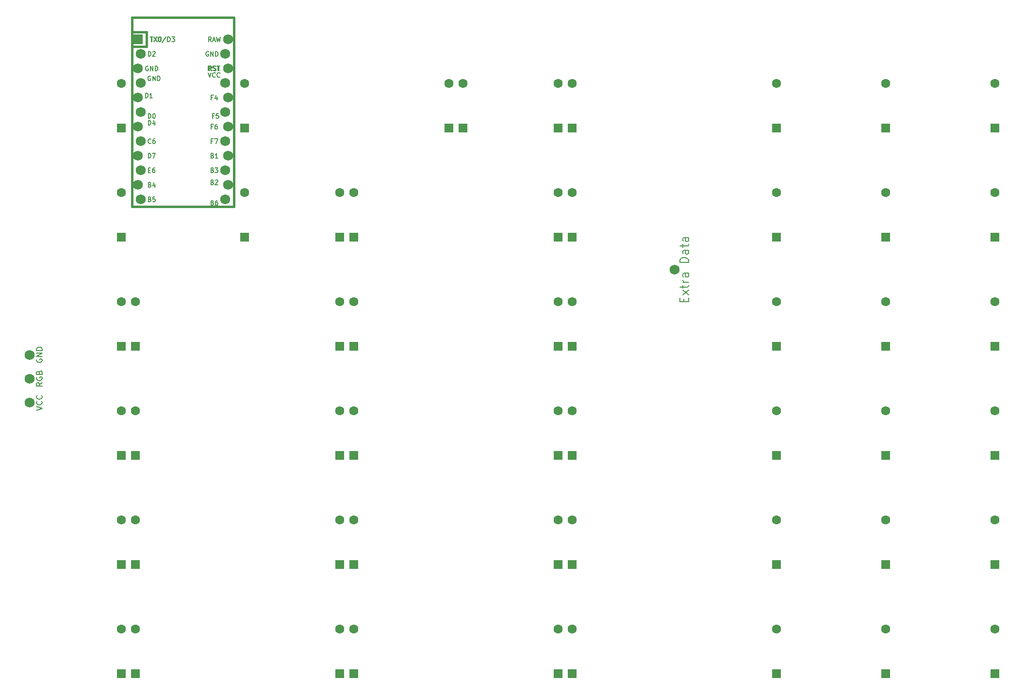
<source format=gbr>
G04 #@! TF.GenerationSoftware,KiCad,Pcbnew,7.0.7*
G04 #@! TF.CreationDate,2023-11-01T16:24:29-04:00*
G04 #@! TF.ProjectId,bfo9000,62666f39-3030-4302-9e6b-696361645f70,rev?*
G04 #@! TF.SameCoordinates,Original*
G04 #@! TF.FileFunction,Legend,Top*
G04 #@! TF.FilePolarity,Positive*
%FSLAX46Y46*%
G04 Gerber Fmt 4.6, Leading zero omitted, Abs format (unit mm)*
G04 Created by KiCad (PCBNEW 7.0.7) date 2023-11-01 16:24:29*
%MOMM*%
%LPD*%
G01*
G04 APERTURE LIST*
%ADD10C,0.150000*%
%ADD11C,0.200000*%
%ADD12C,0.381000*%
%ADD13R,1.600000X1.600000*%
%ADD14C,1.600000*%
%ADD15R,1.752600X1.752600*%
%ADD16C,1.752600*%
G04 APERTURE END LIST*
D10*
X70148588Y-59298183D02*
X70148588Y-58498183D01*
X70148588Y-58498183D02*
X70339064Y-58498183D01*
X70339064Y-58498183D02*
X70453350Y-58536278D01*
X70453350Y-58536278D02*
X70529540Y-58612468D01*
X70529540Y-58612468D02*
X70567635Y-58688659D01*
X70567635Y-58688659D02*
X70605731Y-58841040D01*
X70605731Y-58841040D02*
X70605731Y-58955326D01*
X70605731Y-58955326D02*
X70567635Y-59107707D01*
X70567635Y-59107707D02*
X70529540Y-59183897D01*
X70529540Y-59183897D02*
X70453350Y-59260088D01*
X70453350Y-59260088D02*
X70339064Y-59298183D01*
X70339064Y-59298183D02*
X70148588Y-59298183D01*
X71100969Y-58498183D02*
X71177159Y-58498183D01*
X71177159Y-58498183D02*
X71253350Y-58536278D01*
X71253350Y-58536278D02*
X71291445Y-58574373D01*
X71291445Y-58574373D02*
X71329540Y-58650564D01*
X71329540Y-58650564D02*
X71367635Y-58802945D01*
X71367635Y-58802945D02*
X71367635Y-58993421D01*
X71367635Y-58993421D02*
X71329540Y-59145802D01*
X71329540Y-59145802D02*
X71291445Y-59221992D01*
X71291445Y-59221992D02*
X71253350Y-59260088D01*
X71253350Y-59260088D02*
X71177159Y-59298183D01*
X71177159Y-59298183D02*
X71100969Y-59298183D01*
X71100969Y-59298183D02*
X71024778Y-59260088D01*
X71024778Y-59260088D02*
X70986683Y-59221992D01*
X70986683Y-59221992D02*
X70948588Y-59145802D01*
X70948588Y-59145802D02*
X70910492Y-58993421D01*
X70910492Y-58993421D02*
X70910492Y-58802945D01*
X70910492Y-58802945D02*
X70948588Y-58650564D01*
X70948588Y-58650564D02*
X70986683Y-58574373D01*
X70986683Y-58574373D02*
X71024778Y-58536278D01*
X71024778Y-58536278D02*
X71100969Y-58498183D01*
X70510587Y-45123595D02*
X70967730Y-45123595D01*
X70739158Y-45923595D02*
X70739158Y-45123595D01*
X71158206Y-45123595D02*
X71691540Y-45923595D01*
X71691540Y-45123595D02*
X71158206Y-45923595D01*
X72148683Y-45123595D02*
X72224873Y-45123595D01*
X72224873Y-45123595D02*
X72301064Y-45161690D01*
X72301064Y-45161690D02*
X72339159Y-45199785D01*
X72339159Y-45199785D02*
X72377254Y-45275976D01*
X72377254Y-45275976D02*
X72415349Y-45428357D01*
X72415349Y-45428357D02*
X72415349Y-45618833D01*
X72415349Y-45618833D02*
X72377254Y-45771214D01*
X72377254Y-45771214D02*
X72339159Y-45847404D01*
X72339159Y-45847404D02*
X72301064Y-45885500D01*
X72301064Y-45885500D02*
X72224873Y-45923595D01*
X72224873Y-45923595D02*
X72148683Y-45923595D01*
X72148683Y-45923595D02*
X72072492Y-45885500D01*
X72072492Y-45885500D02*
X72034397Y-45847404D01*
X72034397Y-45847404D02*
X71996302Y-45771214D01*
X71996302Y-45771214D02*
X71958206Y-45618833D01*
X71958206Y-45618833D02*
X71958206Y-45428357D01*
X71958206Y-45428357D02*
X71996302Y-45275976D01*
X71996302Y-45275976D02*
X72034397Y-45199785D01*
X72034397Y-45199785D02*
X72072492Y-45161690D01*
X72072492Y-45161690D02*
X72148683Y-45123595D01*
X81394397Y-63284547D02*
X81127731Y-63284547D01*
X81127731Y-63703595D02*
X81127731Y-62903595D01*
X81127731Y-62903595D02*
X81508683Y-62903595D01*
X81737254Y-62903595D02*
X82270588Y-62903595D01*
X82270588Y-62903595D02*
X81927730Y-63703595D01*
X70415254Y-73444547D02*
X70529540Y-73482642D01*
X70529540Y-73482642D02*
X70567635Y-73520738D01*
X70567635Y-73520738D02*
X70605731Y-73596928D01*
X70605731Y-73596928D02*
X70605731Y-73711214D01*
X70605731Y-73711214D02*
X70567635Y-73787404D01*
X70567635Y-73787404D02*
X70529540Y-73825500D01*
X70529540Y-73825500D02*
X70453350Y-73863595D01*
X70453350Y-73863595D02*
X70148588Y-73863595D01*
X70148588Y-73863595D02*
X70148588Y-73063595D01*
X70148588Y-73063595D02*
X70415254Y-73063595D01*
X70415254Y-73063595D02*
X70491445Y-73101690D01*
X70491445Y-73101690D02*
X70529540Y-73139785D01*
X70529540Y-73139785D02*
X70567635Y-73215976D01*
X70567635Y-73215976D02*
X70567635Y-73292166D01*
X70567635Y-73292166D02*
X70529540Y-73368357D01*
X70529540Y-73368357D02*
X70491445Y-73406452D01*
X70491445Y-73406452D02*
X70415254Y-73444547D01*
X70415254Y-73444547D02*
X70148588Y-73444547D01*
X71329540Y-73063595D02*
X70948588Y-73063595D01*
X70948588Y-73063595D02*
X70910492Y-73444547D01*
X70910492Y-73444547D02*
X70948588Y-73406452D01*
X70948588Y-73406452D02*
X71024778Y-73368357D01*
X71024778Y-73368357D02*
X71215254Y-73368357D01*
X71215254Y-73368357D02*
X71291445Y-73406452D01*
X71291445Y-73406452D02*
X71329540Y-73444547D01*
X71329540Y-73444547D02*
X71367635Y-73520738D01*
X71367635Y-73520738D02*
X71367635Y-73711214D01*
X71367635Y-73711214D02*
X71329540Y-73787404D01*
X71329540Y-73787404D02*
X71291445Y-73825500D01*
X71291445Y-73825500D02*
X71215254Y-73863595D01*
X71215254Y-73863595D02*
X71024778Y-73863595D01*
X71024778Y-73863595D02*
X70948588Y-73825500D01*
X70948588Y-73825500D02*
X70910492Y-73787404D01*
X70415254Y-70904547D02*
X70529540Y-70942642D01*
X70529540Y-70942642D02*
X70567635Y-70980738D01*
X70567635Y-70980738D02*
X70605731Y-71056928D01*
X70605731Y-71056928D02*
X70605731Y-71171214D01*
X70605731Y-71171214D02*
X70567635Y-71247404D01*
X70567635Y-71247404D02*
X70529540Y-71285500D01*
X70529540Y-71285500D02*
X70453350Y-71323595D01*
X70453350Y-71323595D02*
X70148588Y-71323595D01*
X70148588Y-71323595D02*
X70148588Y-70523595D01*
X70148588Y-70523595D02*
X70415254Y-70523595D01*
X70415254Y-70523595D02*
X70491445Y-70561690D01*
X70491445Y-70561690D02*
X70529540Y-70599785D01*
X70529540Y-70599785D02*
X70567635Y-70675976D01*
X70567635Y-70675976D02*
X70567635Y-70752166D01*
X70567635Y-70752166D02*
X70529540Y-70828357D01*
X70529540Y-70828357D02*
X70491445Y-70866452D01*
X70491445Y-70866452D02*
X70415254Y-70904547D01*
X70415254Y-70904547D02*
X70148588Y-70904547D01*
X71291445Y-70790261D02*
X71291445Y-71323595D01*
X71100969Y-70485500D02*
X70910492Y-71056928D01*
X70910492Y-71056928D02*
X71405731Y-71056928D01*
X70148588Y-48463595D02*
X70148588Y-47663595D01*
X70148588Y-47663595D02*
X70339064Y-47663595D01*
X70339064Y-47663595D02*
X70453350Y-47701690D01*
X70453350Y-47701690D02*
X70529540Y-47777880D01*
X70529540Y-47777880D02*
X70567635Y-47854071D01*
X70567635Y-47854071D02*
X70605731Y-48006452D01*
X70605731Y-48006452D02*
X70605731Y-48120738D01*
X70605731Y-48120738D02*
X70567635Y-48273119D01*
X70567635Y-48273119D02*
X70529540Y-48349309D01*
X70529540Y-48349309D02*
X70453350Y-48425500D01*
X70453350Y-48425500D02*
X70339064Y-48463595D01*
X70339064Y-48463595D02*
X70148588Y-48463595D01*
X70910492Y-47739785D02*
X70948588Y-47701690D01*
X70948588Y-47701690D02*
X71024778Y-47663595D01*
X71024778Y-47663595D02*
X71215254Y-47663595D01*
X71215254Y-47663595D02*
X71291445Y-47701690D01*
X71291445Y-47701690D02*
X71329540Y-47739785D01*
X71329540Y-47739785D02*
X71367635Y-47815976D01*
X71367635Y-47815976D02*
X71367635Y-47892166D01*
X71367635Y-47892166D02*
X71329540Y-48006452D01*
X71329540Y-48006452D02*
X70872397Y-48463595D01*
X70872397Y-48463595D02*
X71367635Y-48463595D01*
X81337254Y-70487719D02*
X81451540Y-70525814D01*
X81451540Y-70525814D02*
X81489635Y-70563910D01*
X81489635Y-70563910D02*
X81527731Y-70640100D01*
X81527731Y-70640100D02*
X81527731Y-70754386D01*
X81527731Y-70754386D02*
X81489635Y-70830576D01*
X81489635Y-70830576D02*
X81451540Y-70868672D01*
X81451540Y-70868672D02*
X81375350Y-70906767D01*
X81375350Y-70906767D02*
X81070588Y-70906767D01*
X81070588Y-70906767D02*
X81070588Y-70106767D01*
X81070588Y-70106767D02*
X81337254Y-70106767D01*
X81337254Y-70106767D02*
X81413445Y-70144862D01*
X81413445Y-70144862D02*
X81451540Y-70182957D01*
X81451540Y-70182957D02*
X81489635Y-70259148D01*
X81489635Y-70259148D02*
X81489635Y-70335338D01*
X81489635Y-70335338D02*
X81451540Y-70411529D01*
X81451540Y-70411529D02*
X81413445Y-70449624D01*
X81413445Y-70449624D02*
X81337254Y-70487719D01*
X81337254Y-70487719D02*
X81070588Y-70487719D01*
X81832492Y-70182957D02*
X81870588Y-70144862D01*
X81870588Y-70144862D02*
X81946778Y-70106767D01*
X81946778Y-70106767D02*
X82137254Y-70106767D01*
X82137254Y-70106767D02*
X82213445Y-70144862D01*
X82213445Y-70144862D02*
X82251540Y-70182957D01*
X82251540Y-70182957D02*
X82289635Y-70259148D01*
X82289635Y-70259148D02*
X82289635Y-70335338D01*
X82289635Y-70335338D02*
X82251540Y-70449624D01*
X82251540Y-70449624D02*
X81794397Y-70906767D01*
X81794397Y-70906767D02*
X82289635Y-70906767D01*
X81394397Y-60744547D02*
X81127731Y-60744547D01*
X81127731Y-61163595D02*
X81127731Y-60363595D01*
X81127731Y-60363595D02*
X81508683Y-60363595D01*
X82156302Y-60363595D02*
X82003921Y-60363595D01*
X82003921Y-60363595D02*
X81927730Y-60401690D01*
X81927730Y-60401690D02*
X81889635Y-60439785D01*
X81889635Y-60439785D02*
X81813445Y-60554071D01*
X81813445Y-60554071D02*
X81775349Y-60706452D01*
X81775349Y-60706452D02*
X81775349Y-61011214D01*
X81775349Y-61011214D02*
X81813445Y-61087404D01*
X81813445Y-61087404D02*
X81851540Y-61125500D01*
X81851540Y-61125500D02*
X81927730Y-61163595D01*
X81927730Y-61163595D02*
X82080111Y-61163595D01*
X82080111Y-61163595D02*
X82156302Y-61125500D01*
X82156302Y-61125500D02*
X82194397Y-61087404D01*
X82194397Y-61087404D02*
X82232492Y-61011214D01*
X82232492Y-61011214D02*
X82232492Y-60820738D01*
X82232492Y-60820738D02*
X82194397Y-60744547D01*
X82194397Y-60744547D02*
X82156302Y-60706452D01*
X82156302Y-60706452D02*
X82080111Y-60668357D01*
X82080111Y-60668357D02*
X81927730Y-60668357D01*
X81927730Y-60668357D02*
X81851540Y-60706452D01*
X81851540Y-60706452D02*
X81813445Y-60744547D01*
X81813445Y-60744547D02*
X81775349Y-60820738D01*
X70186683Y-68364547D02*
X70453349Y-68364547D01*
X70567635Y-68783595D02*
X70186683Y-68783595D01*
X70186683Y-68783595D02*
X70186683Y-67983595D01*
X70186683Y-67983595D02*
X70567635Y-67983595D01*
X71253350Y-67983595D02*
X71100969Y-67983595D01*
X71100969Y-67983595D02*
X71024778Y-68021690D01*
X71024778Y-68021690D02*
X70986683Y-68059785D01*
X70986683Y-68059785D02*
X70910493Y-68174071D01*
X70910493Y-68174071D02*
X70872397Y-68326452D01*
X70872397Y-68326452D02*
X70872397Y-68631214D01*
X70872397Y-68631214D02*
X70910493Y-68707404D01*
X70910493Y-68707404D02*
X70948588Y-68745500D01*
X70948588Y-68745500D02*
X71024778Y-68783595D01*
X71024778Y-68783595D02*
X71177159Y-68783595D01*
X71177159Y-68783595D02*
X71253350Y-68745500D01*
X71253350Y-68745500D02*
X71291445Y-68707404D01*
X71291445Y-68707404D02*
X71329540Y-68631214D01*
X71329540Y-68631214D02*
X71329540Y-68440738D01*
X71329540Y-68440738D02*
X71291445Y-68364547D01*
X71291445Y-68364547D02*
X71253350Y-68326452D01*
X71253350Y-68326452D02*
X71177159Y-68288357D01*
X71177159Y-68288357D02*
X71024778Y-68288357D01*
X71024778Y-68288357D02*
X70948588Y-68326452D01*
X70948588Y-68326452D02*
X70910493Y-68364547D01*
X70910493Y-68364547D02*
X70872397Y-68440738D01*
X70437715Y-45123595D02*
X70894858Y-45123595D01*
X70666286Y-45923595D02*
X70666286Y-45123595D01*
X71085334Y-45123595D02*
X71618668Y-45923595D01*
X71618668Y-45123595D02*
X71085334Y-45923595D01*
X72075811Y-45123595D02*
X72152001Y-45123595D01*
X72152001Y-45123595D02*
X72228192Y-45161690D01*
X72228192Y-45161690D02*
X72266287Y-45199785D01*
X72266287Y-45199785D02*
X72304382Y-45275976D01*
X72304382Y-45275976D02*
X72342477Y-45428357D01*
X72342477Y-45428357D02*
X72342477Y-45618833D01*
X72342477Y-45618833D02*
X72304382Y-45771214D01*
X72304382Y-45771214D02*
X72266287Y-45847404D01*
X72266287Y-45847404D02*
X72228192Y-45885500D01*
X72228192Y-45885500D02*
X72152001Y-45923595D01*
X72152001Y-45923595D02*
X72075811Y-45923595D01*
X72075811Y-45923595D02*
X71999620Y-45885500D01*
X71999620Y-45885500D02*
X71961525Y-45847404D01*
X71961525Y-45847404D02*
X71923430Y-45771214D01*
X71923430Y-45771214D02*
X71885334Y-45618833D01*
X71885334Y-45618833D02*
X71885334Y-45428357D01*
X71885334Y-45428357D02*
X71923430Y-45275976D01*
X71923430Y-45275976D02*
X71961525Y-45199785D01*
X71961525Y-45199785D02*
X71999620Y-45161690D01*
X71999620Y-45161690D02*
X72075811Y-45123595D01*
X73256763Y-45085500D02*
X72571049Y-46114071D01*
X73523430Y-45923595D02*
X73523430Y-45123595D01*
X73523430Y-45123595D02*
X73713906Y-45123595D01*
X73713906Y-45123595D02*
X73828192Y-45161690D01*
X73828192Y-45161690D02*
X73904382Y-45237880D01*
X73904382Y-45237880D02*
X73942477Y-45314071D01*
X73942477Y-45314071D02*
X73980573Y-45466452D01*
X73980573Y-45466452D02*
X73980573Y-45580738D01*
X73980573Y-45580738D02*
X73942477Y-45733119D01*
X73942477Y-45733119D02*
X73904382Y-45809309D01*
X73904382Y-45809309D02*
X73828192Y-45885500D01*
X73828192Y-45885500D02*
X73713906Y-45923595D01*
X73713906Y-45923595D02*
X73523430Y-45923595D01*
X74247239Y-45123595D02*
X74742477Y-45123595D01*
X74742477Y-45123595D02*
X74475811Y-45428357D01*
X74475811Y-45428357D02*
X74590096Y-45428357D01*
X74590096Y-45428357D02*
X74666287Y-45466452D01*
X74666287Y-45466452D02*
X74704382Y-45504547D01*
X74704382Y-45504547D02*
X74742477Y-45580738D01*
X74742477Y-45580738D02*
X74742477Y-45771214D01*
X74742477Y-45771214D02*
X74704382Y-45847404D01*
X74704382Y-45847404D02*
X74666287Y-45885500D01*
X74666287Y-45885500D02*
X74590096Y-45923595D01*
X74590096Y-45923595D02*
X74361525Y-45923595D01*
X74361525Y-45923595D02*
X74285334Y-45885500D01*
X74285334Y-45885500D02*
X74247239Y-45847404D01*
X81588733Y-58879135D02*
X81322067Y-58879135D01*
X81322067Y-59298183D02*
X81322067Y-58498183D01*
X81322067Y-58498183D02*
X81703019Y-58498183D01*
X82388733Y-58498183D02*
X82007781Y-58498183D01*
X82007781Y-58498183D02*
X81969685Y-58879135D01*
X81969685Y-58879135D02*
X82007781Y-58841040D01*
X82007781Y-58841040D02*
X82083971Y-58802945D01*
X82083971Y-58802945D02*
X82274447Y-58802945D01*
X82274447Y-58802945D02*
X82350638Y-58841040D01*
X82350638Y-58841040D02*
X82388733Y-58879135D01*
X82388733Y-58879135D02*
X82426828Y-58955326D01*
X82426828Y-58955326D02*
X82426828Y-59145802D01*
X82426828Y-59145802D02*
X82388733Y-59221992D01*
X82388733Y-59221992D02*
X82350638Y-59260088D01*
X82350638Y-59260088D02*
X82274447Y-59298183D01*
X82274447Y-59298183D02*
X82083971Y-59298183D01*
X82083971Y-59298183D02*
X82007781Y-59260088D01*
X82007781Y-59260088D02*
X81969685Y-59221992D01*
X81337254Y-68364547D02*
X81451540Y-68402642D01*
X81451540Y-68402642D02*
X81489635Y-68440738D01*
X81489635Y-68440738D02*
X81527731Y-68516928D01*
X81527731Y-68516928D02*
X81527731Y-68631214D01*
X81527731Y-68631214D02*
X81489635Y-68707404D01*
X81489635Y-68707404D02*
X81451540Y-68745500D01*
X81451540Y-68745500D02*
X81375350Y-68783595D01*
X81375350Y-68783595D02*
X81070588Y-68783595D01*
X81070588Y-68783595D02*
X81070588Y-67983595D01*
X81070588Y-67983595D02*
X81337254Y-67983595D01*
X81337254Y-67983595D02*
X81413445Y-68021690D01*
X81413445Y-68021690D02*
X81451540Y-68059785D01*
X81451540Y-68059785D02*
X81489635Y-68135976D01*
X81489635Y-68135976D02*
X81489635Y-68212166D01*
X81489635Y-68212166D02*
X81451540Y-68288357D01*
X81451540Y-68288357D02*
X81413445Y-68326452D01*
X81413445Y-68326452D02*
X81337254Y-68364547D01*
X81337254Y-68364547D02*
X81070588Y-68364547D01*
X81794397Y-67983595D02*
X82289635Y-67983595D01*
X82289635Y-67983595D02*
X82022969Y-68288357D01*
X82022969Y-68288357D02*
X82137254Y-68288357D01*
X82137254Y-68288357D02*
X82213445Y-68326452D01*
X82213445Y-68326452D02*
X82251540Y-68364547D01*
X82251540Y-68364547D02*
X82289635Y-68440738D01*
X82289635Y-68440738D02*
X82289635Y-68631214D01*
X82289635Y-68631214D02*
X82251540Y-68707404D01*
X82251540Y-68707404D02*
X82213445Y-68745500D01*
X82213445Y-68745500D02*
X82137254Y-68783595D01*
X82137254Y-68783595D02*
X81908683Y-68783595D01*
X81908683Y-68783595D02*
X81832492Y-68745500D01*
X81832492Y-68745500D02*
X81794397Y-68707404D01*
X70148588Y-60488807D02*
X70148588Y-59688807D01*
X70148588Y-59688807D02*
X70339064Y-59688807D01*
X70339064Y-59688807D02*
X70453350Y-59726902D01*
X70453350Y-59726902D02*
X70529540Y-59803092D01*
X70529540Y-59803092D02*
X70567635Y-59879283D01*
X70567635Y-59879283D02*
X70605731Y-60031664D01*
X70605731Y-60031664D02*
X70605731Y-60145950D01*
X70605731Y-60145950D02*
X70567635Y-60298331D01*
X70567635Y-60298331D02*
X70529540Y-60374521D01*
X70529540Y-60374521D02*
X70453350Y-60450712D01*
X70453350Y-60450712D02*
X70339064Y-60488807D01*
X70339064Y-60488807D02*
X70148588Y-60488807D01*
X71291445Y-59955473D02*
X71291445Y-60488807D01*
X71100969Y-59650712D02*
X70910492Y-60222140D01*
X70910492Y-60222140D02*
X71405731Y-60222140D01*
X81108683Y-45923595D02*
X80842016Y-45542642D01*
X80651540Y-45923595D02*
X80651540Y-45123595D01*
X80651540Y-45123595D02*
X80956302Y-45123595D01*
X80956302Y-45123595D02*
X81032492Y-45161690D01*
X81032492Y-45161690D02*
X81070587Y-45199785D01*
X81070587Y-45199785D02*
X81108683Y-45275976D01*
X81108683Y-45275976D02*
X81108683Y-45390261D01*
X81108683Y-45390261D02*
X81070587Y-45466452D01*
X81070587Y-45466452D02*
X81032492Y-45504547D01*
X81032492Y-45504547D02*
X80956302Y-45542642D01*
X80956302Y-45542642D02*
X80651540Y-45542642D01*
X81413444Y-45695023D02*
X81794397Y-45695023D01*
X81337254Y-45923595D02*
X81603921Y-45123595D01*
X81603921Y-45123595D02*
X81870587Y-45923595D01*
X82061063Y-45123595D02*
X82251539Y-45923595D01*
X82251539Y-45923595D02*
X82403920Y-45352166D01*
X82403920Y-45352166D02*
X82556301Y-45923595D01*
X82556301Y-45923595D02*
X82746778Y-45123595D01*
X81399850Y-50935500D02*
X81514136Y-50973595D01*
X81514136Y-50973595D02*
X81704612Y-50973595D01*
X81704612Y-50973595D02*
X81780803Y-50935500D01*
X81780803Y-50935500D02*
X81818898Y-50897404D01*
X81818898Y-50897404D02*
X81856993Y-50821214D01*
X81856993Y-50821214D02*
X81856993Y-50745023D01*
X81856993Y-50745023D02*
X81818898Y-50668833D01*
X81818898Y-50668833D02*
X81780803Y-50630738D01*
X81780803Y-50630738D02*
X81704612Y-50592642D01*
X81704612Y-50592642D02*
X81552231Y-50554547D01*
X81552231Y-50554547D02*
X81476041Y-50516452D01*
X81476041Y-50516452D02*
X81437946Y-50478357D01*
X81437946Y-50478357D02*
X81399850Y-50402166D01*
X81399850Y-50402166D02*
X81399850Y-50325976D01*
X81399850Y-50325976D02*
X81437946Y-50249785D01*
X81437946Y-50249785D02*
X81476041Y-50211690D01*
X81476041Y-50211690D02*
X81552231Y-50173595D01*
X81552231Y-50173595D02*
X81742708Y-50173595D01*
X81742708Y-50173595D02*
X81856993Y-50211690D01*
X82085565Y-50173595D02*
X82542708Y-50173595D01*
X82314136Y-50973595D02*
X82314136Y-50173595D01*
X81222969Y-51003595D02*
X80956302Y-50622642D01*
X80765826Y-51003595D02*
X80765826Y-50203595D01*
X80765826Y-50203595D02*
X81070588Y-50203595D01*
X81070588Y-50203595D02*
X81146778Y-50241690D01*
X81146778Y-50241690D02*
X81184873Y-50279785D01*
X81184873Y-50279785D02*
X81222969Y-50355976D01*
X81222969Y-50355976D02*
X81222969Y-50470261D01*
X81222969Y-50470261D02*
X81184873Y-50546452D01*
X81184873Y-50546452D02*
X81146778Y-50584547D01*
X81146778Y-50584547D02*
X81070588Y-50622642D01*
X81070588Y-50622642D02*
X80765826Y-50622642D01*
X81527730Y-50965500D02*
X81642016Y-51003595D01*
X81642016Y-51003595D02*
X81832492Y-51003595D01*
X81832492Y-51003595D02*
X81908683Y-50965500D01*
X81908683Y-50965500D02*
X81946778Y-50927404D01*
X81946778Y-50927404D02*
X81984873Y-50851214D01*
X81984873Y-50851214D02*
X81984873Y-50775023D01*
X81984873Y-50775023D02*
X81946778Y-50698833D01*
X81946778Y-50698833D02*
X81908683Y-50660738D01*
X81908683Y-50660738D02*
X81832492Y-50622642D01*
X81832492Y-50622642D02*
X81680111Y-50584547D01*
X81680111Y-50584547D02*
X81603921Y-50546452D01*
X81603921Y-50546452D02*
X81565826Y-50508357D01*
X81565826Y-50508357D02*
X81527730Y-50432166D01*
X81527730Y-50432166D02*
X81527730Y-50355976D01*
X81527730Y-50355976D02*
X81565826Y-50279785D01*
X81565826Y-50279785D02*
X81603921Y-50241690D01*
X81603921Y-50241690D02*
X81680111Y-50203595D01*
X81680111Y-50203595D02*
X81870588Y-50203595D01*
X81870588Y-50203595D02*
X81984873Y-50241690D01*
X82213445Y-50203595D02*
X82670588Y-50203595D01*
X82442016Y-51003595D02*
X82442016Y-50203595D01*
X80594397Y-51354439D02*
X80861064Y-52154439D01*
X80861064Y-52154439D02*
X81127730Y-51354439D01*
X81851540Y-52078248D02*
X81813444Y-52116344D01*
X81813444Y-52116344D02*
X81699159Y-52154439D01*
X81699159Y-52154439D02*
X81622968Y-52154439D01*
X81622968Y-52154439D02*
X81508682Y-52116344D01*
X81508682Y-52116344D02*
X81432492Y-52040153D01*
X81432492Y-52040153D02*
X81394397Y-51963963D01*
X81394397Y-51963963D02*
X81356301Y-51811582D01*
X81356301Y-51811582D02*
X81356301Y-51697296D01*
X81356301Y-51697296D02*
X81394397Y-51544915D01*
X81394397Y-51544915D02*
X81432492Y-51468724D01*
X81432492Y-51468724D02*
X81508682Y-51392534D01*
X81508682Y-51392534D02*
X81622968Y-51354439D01*
X81622968Y-51354439D02*
X81699159Y-51354439D01*
X81699159Y-51354439D02*
X81813444Y-51392534D01*
X81813444Y-51392534D02*
X81851540Y-51430629D01*
X82651540Y-52078248D02*
X82613444Y-52116344D01*
X82613444Y-52116344D02*
X82499159Y-52154439D01*
X82499159Y-52154439D02*
X82422968Y-52154439D01*
X82422968Y-52154439D02*
X82308682Y-52116344D01*
X82308682Y-52116344D02*
X82232492Y-52040153D01*
X82232492Y-52040153D02*
X82194397Y-51963963D01*
X82194397Y-51963963D02*
X82156301Y-51811582D01*
X82156301Y-51811582D02*
X82156301Y-51697296D01*
X82156301Y-51697296D02*
X82194397Y-51544915D01*
X82194397Y-51544915D02*
X82232492Y-51468724D01*
X82232492Y-51468724D02*
X82308682Y-51392534D01*
X82308682Y-51392534D02*
X82422968Y-51354439D01*
X82422968Y-51354439D02*
X82499159Y-51354439D01*
X82499159Y-51354439D02*
X82613444Y-51392534D01*
X82613444Y-51392534D02*
X82651540Y-51430629D01*
X70605731Y-63627404D02*
X70567635Y-63665500D01*
X70567635Y-63665500D02*
X70453350Y-63703595D01*
X70453350Y-63703595D02*
X70377159Y-63703595D01*
X70377159Y-63703595D02*
X70262873Y-63665500D01*
X70262873Y-63665500D02*
X70186683Y-63589309D01*
X70186683Y-63589309D02*
X70148588Y-63513119D01*
X70148588Y-63513119D02*
X70110492Y-63360738D01*
X70110492Y-63360738D02*
X70110492Y-63246452D01*
X70110492Y-63246452D02*
X70148588Y-63094071D01*
X70148588Y-63094071D02*
X70186683Y-63017880D01*
X70186683Y-63017880D02*
X70262873Y-62941690D01*
X70262873Y-62941690D02*
X70377159Y-62903595D01*
X70377159Y-62903595D02*
X70453350Y-62903595D01*
X70453350Y-62903595D02*
X70567635Y-62941690D01*
X70567635Y-62941690D02*
X70605731Y-62979785D01*
X71291445Y-62903595D02*
X71139064Y-62903595D01*
X71139064Y-62903595D02*
X71062873Y-62941690D01*
X71062873Y-62941690D02*
X71024778Y-62979785D01*
X71024778Y-62979785D02*
X70948588Y-63094071D01*
X70948588Y-63094071D02*
X70910492Y-63246452D01*
X70910492Y-63246452D02*
X70910492Y-63551214D01*
X70910492Y-63551214D02*
X70948588Y-63627404D01*
X70948588Y-63627404D02*
X70986683Y-63665500D01*
X70986683Y-63665500D02*
X71062873Y-63703595D01*
X71062873Y-63703595D02*
X71215254Y-63703595D01*
X71215254Y-63703595D02*
X71291445Y-63665500D01*
X71291445Y-63665500D02*
X71329540Y-63627404D01*
X71329540Y-63627404D02*
X71367635Y-63551214D01*
X71367635Y-63551214D02*
X71367635Y-63360738D01*
X71367635Y-63360738D02*
X71329540Y-63284547D01*
X71329540Y-63284547D02*
X71291445Y-63246452D01*
X71291445Y-63246452D02*
X71215254Y-63208357D01*
X71215254Y-63208357D02*
X71062873Y-63208357D01*
X71062873Y-63208357D02*
X70986683Y-63246452D01*
X70986683Y-63246452D02*
X70948588Y-63284547D01*
X70948588Y-63284547D02*
X70910492Y-63360738D01*
X70148588Y-66243595D02*
X70148588Y-65443595D01*
X70148588Y-65443595D02*
X70339064Y-65443595D01*
X70339064Y-65443595D02*
X70453350Y-65481690D01*
X70453350Y-65481690D02*
X70529540Y-65557880D01*
X70529540Y-65557880D02*
X70567635Y-65634071D01*
X70567635Y-65634071D02*
X70605731Y-65786452D01*
X70605731Y-65786452D02*
X70605731Y-65900738D01*
X70605731Y-65900738D02*
X70567635Y-66053119D01*
X70567635Y-66053119D02*
X70529540Y-66129309D01*
X70529540Y-66129309D02*
X70453350Y-66205500D01*
X70453350Y-66205500D02*
X70339064Y-66243595D01*
X70339064Y-66243595D02*
X70148588Y-66243595D01*
X70872397Y-65443595D02*
X71405731Y-65443595D01*
X71405731Y-65443595D02*
X71062873Y-66243595D01*
X81337254Y-74059591D02*
X81451540Y-74097686D01*
X81451540Y-74097686D02*
X81489635Y-74135782D01*
X81489635Y-74135782D02*
X81527731Y-74211972D01*
X81527731Y-74211972D02*
X81527731Y-74326258D01*
X81527731Y-74326258D02*
X81489635Y-74402448D01*
X81489635Y-74402448D02*
X81451540Y-74440544D01*
X81451540Y-74440544D02*
X81375350Y-74478639D01*
X81375350Y-74478639D02*
X81070588Y-74478639D01*
X81070588Y-74478639D02*
X81070588Y-73678639D01*
X81070588Y-73678639D02*
X81337254Y-73678639D01*
X81337254Y-73678639D02*
X81413445Y-73716734D01*
X81413445Y-73716734D02*
X81451540Y-73754829D01*
X81451540Y-73754829D02*
X81489635Y-73831020D01*
X81489635Y-73831020D02*
X81489635Y-73907210D01*
X81489635Y-73907210D02*
X81451540Y-73983401D01*
X81451540Y-73983401D02*
X81413445Y-74021496D01*
X81413445Y-74021496D02*
X81337254Y-74059591D01*
X81337254Y-74059591D02*
X81070588Y-74059591D01*
X82213445Y-73678639D02*
X82061064Y-73678639D01*
X82061064Y-73678639D02*
X81984873Y-73716734D01*
X81984873Y-73716734D02*
X81946778Y-73754829D01*
X81946778Y-73754829D02*
X81870588Y-73869115D01*
X81870588Y-73869115D02*
X81832492Y-74021496D01*
X81832492Y-74021496D02*
X81832492Y-74326258D01*
X81832492Y-74326258D02*
X81870588Y-74402448D01*
X81870588Y-74402448D02*
X81908683Y-74440544D01*
X81908683Y-74440544D02*
X81984873Y-74478639D01*
X81984873Y-74478639D02*
X82137254Y-74478639D01*
X82137254Y-74478639D02*
X82213445Y-74440544D01*
X82213445Y-74440544D02*
X82251540Y-74402448D01*
X82251540Y-74402448D02*
X82289635Y-74326258D01*
X82289635Y-74326258D02*
X82289635Y-74135782D01*
X82289635Y-74135782D02*
X82251540Y-74059591D01*
X82251540Y-74059591D02*
X82213445Y-74021496D01*
X82213445Y-74021496D02*
X82137254Y-73983401D01*
X82137254Y-73983401D02*
X81984873Y-73983401D01*
X81984873Y-73983401D02*
X81908683Y-74021496D01*
X81908683Y-74021496D02*
X81870588Y-74059591D01*
X81870588Y-74059591D02*
X81832492Y-74135782D01*
X70530260Y-51987846D02*
X70454070Y-51949751D01*
X70454070Y-51949751D02*
X70339784Y-51949751D01*
X70339784Y-51949751D02*
X70225498Y-51987846D01*
X70225498Y-51987846D02*
X70149308Y-52064036D01*
X70149308Y-52064036D02*
X70111213Y-52140227D01*
X70111213Y-52140227D02*
X70073117Y-52292608D01*
X70073117Y-52292608D02*
X70073117Y-52406894D01*
X70073117Y-52406894D02*
X70111213Y-52559275D01*
X70111213Y-52559275D02*
X70149308Y-52635465D01*
X70149308Y-52635465D02*
X70225498Y-52711656D01*
X70225498Y-52711656D02*
X70339784Y-52749751D01*
X70339784Y-52749751D02*
X70415975Y-52749751D01*
X70415975Y-52749751D02*
X70530260Y-52711656D01*
X70530260Y-52711656D02*
X70568356Y-52673560D01*
X70568356Y-52673560D02*
X70568356Y-52406894D01*
X70568356Y-52406894D02*
X70415975Y-52406894D01*
X70911213Y-52749751D02*
X70911213Y-51949751D01*
X70911213Y-51949751D02*
X71368356Y-52749751D01*
X71368356Y-52749751D02*
X71368356Y-51949751D01*
X71749308Y-52749751D02*
X71749308Y-51949751D01*
X71749308Y-51949751D02*
X71939784Y-51949751D01*
X71939784Y-51949751D02*
X72054070Y-51987846D01*
X72054070Y-51987846D02*
X72130260Y-52064036D01*
X72130260Y-52064036D02*
X72168355Y-52140227D01*
X72168355Y-52140227D02*
X72206451Y-52292608D01*
X72206451Y-52292608D02*
X72206451Y-52406894D01*
X72206451Y-52406894D02*
X72168355Y-52559275D01*
X72168355Y-52559275D02*
X72130260Y-52635465D01*
X72130260Y-52635465D02*
X72054070Y-52711656D01*
X72054070Y-52711656D02*
X71939784Y-52749751D01*
X71939784Y-52749751D02*
X71749308Y-52749751D01*
X70129540Y-50241690D02*
X70053350Y-50203595D01*
X70053350Y-50203595D02*
X69939064Y-50203595D01*
X69939064Y-50203595D02*
X69824778Y-50241690D01*
X69824778Y-50241690D02*
X69748588Y-50317880D01*
X69748588Y-50317880D02*
X69710493Y-50394071D01*
X69710493Y-50394071D02*
X69672397Y-50546452D01*
X69672397Y-50546452D02*
X69672397Y-50660738D01*
X69672397Y-50660738D02*
X69710493Y-50813119D01*
X69710493Y-50813119D02*
X69748588Y-50889309D01*
X69748588Y-50889309D02*
X69824778Y-50965500D01*
X69824778Y-50965500D02*
X69939064Y-51003595D01*
X69939064Y-51003595D02*
X70015255Y-51003595D01*
X70015255Y-51003595D02*
X70129540Y-50965500D01*
X70129540Y-50965500D02*
X70167636Y-50927404D01*
X70167636Y-50927404D02*
X70167636Y-50660738D01*
X70167636Y-50660738D02*
X70015255Y-50660738D01*
X70510493Y-51003595D02*
X70510493Y-50203595D01*
X70510493Y-50203595D02*
X70967636Y-51003595D01*
X70967636Y-51003595D02*
X70967636Y-50203595D01*
X71348588Y-51003595D02*
X71348588Y-50203595D01*
X71348588Y-50203595D02*
X71539064Y-50203595D01*
X71539064Y-50203595D02*
X71653350Y-50241690D01*
X71653350Y-50241690D02*
X71729540Y-50317880D01*
X71729540Y-50317880D02*
X71767635Y-50394071D01*
X71767635Y-50394071D02*
X71805731Y-50546452D01*
X71805731Y-50546452D02*
X71805731Y-50660738D01*
X71805731Y-50660738D02*
X71767635Y-50813119D01*
X71767635Y-50813119D02*
X71729540Y-50889309D01*
X71729540Y-50889309D02*
X71653350Y-50965500D01*
X71653350Y-50965500D02*
X71539064Y-51003595D01*
X71539064Y-51003595D02*
X71348588Y-51003595D01*
X69656340Y-55726311D02*
X69656340Y-54926311D01*
X69656340Y-54926311D02*
X69846816Y-54926311D01*
X69846816Y-54926311D02*
X69961102Y-54964406D01*
X69961102Y-54964406D02*
X70037292Y-55040596D01*
X70037292Y-55040596D02*
X70075387Y-55116787D01*
X70075387Y-55116787D02*
X70113483Y-55269168D01*
X70113483Y-55269168D02*
X70113483Y-55383454D01*
X70113483Y-55383454D02*
X70075387Y-55535835D01*
X70075387Y-55535835D02*
X70037292Y-55612025D01*
X70037292Y-55612025D02*
X69961102Y-55688216D01*
X69961102Y-55688216D02*
X69846816Y-55726311D01*
X69846816Y-55726311D02*
X69656340Y-55726311D01*
X70875387Y-55726311D02*
X70418244Y-55726311D01*
X70646816Y-55726311D02*
X70646816Y-54926311D01*
X70646816Y-54926311D02*
X70570625Y-55040596D01*
X70570625Y-55040596D02*
X70494435Y-55116787D01*
X70494435Y-55116787D02*
X70418244Y-55154882D01*
X80650564Y-47701690D02*
X80574374Y-47663595D01*
X80574374Y-47663595D02*
X80460088Y-47663595D01*
X80460088Y-47663595D02*
X80345802Y-47701690D01*
X80345802Y-47701690D02*
X80269612Y-47777880D01*
X80269612Y-47777880D02*
X80231517Y-47854071D01*
X80231517Y-47854071D02*
X80193421Y-48006452D01*
X80193421Y-48006452D02*
X80193421Y-48120738D01*
X80193421Y-48120738D02*
X80231517Y-48273119D01*
X80231517Y-48273119D02*
X80269612Y-48349309D01*
X80269612Y-48349309D02*
X80345802Y-48425500D01*
X80345802Y-48425500D02*
X80460088Y-48463595D01*
X80460088Y-48463595D02*
X80536279Y-48463595D01*
X80536279Y-48463595D02*
X80650564Y-48425500D01*
X80650564Y-48425500D02*
X80688660Y-48387404D01*
X80688660Y-48387404D02*
X80688660Y-48120738D01*
X80688660Y-48120738D02*
X80536279Y-48120738D01*
X81031517Y-48463595D02*
X81031517Y-47663595D01*
X81031517Y-47663595D02*
X81488660Y-48463595D01*
X81488660Y-48463595D02*
X81488660Y-47663595D01*
X81869612Y-48463595D02*
X81869612Y-47663595D01*
X81869612Y-47663595D02*
X82060088Y-47663595D01*
X82060088Y-47663595D02*
X82174374Y-47701690D01*
X82174374Y-47701690D02*
X82250564Y-47777880D01*
X82250564Y-47777880D02*
X82288659Y-47854071D01*
X82288659Y-47854071D02*
X82326755Y-48006452D01*
X82326755Y-48006452D02*
X82326755Y-48120738D01*
X82326755Y-48120738D02*
X82288659Y-48273119D01*
X82288659Y-48273119D02*
X82250564Y-48349309D01*
X82250564Y-48349309D02*
X82174374Y-48425500D01*
X82174374Y-48425500D02*
X82060088Y-48463595D01*
X82060088Y-48463595D02*
X81869612Y-48463595D01*
X81337254Y-65824547D02*
X81451540Y-65862642D01*
X81451540Y-65862642D02*
X81489635Y-65900738D01*
X81489635Y-65900738D02*
X81527731Y-65976928D01*
X81527731Y-65976928D02*
X81527731Y-66091214D01*
X81527731Y-66091214D02*
X81489635Y-66167404D01*
X81489635Y-66167404D02*
X81451540Y-66205500D01*
X81451540Y-66205500D02*
X81375350Y-66243595D01*
X81375350Y-66243595D02*
X81070588Y-66243595D01*
X81070588Y-66243595D02*
X81070588Y-65443595D01*
X81070588Y-65443595D02*
X81337254Y-65443595D01*
X81337254Y-65443595D02*
X81413445Y-65481690D01*
X81413445Y-65481690D02*
X81451540Y-65519785D01*
X81451540Y-65519785D02*
X81489635Y-65595976D01*
X81489635Y-65595976D02*
X81489635Y-65672166D01*
X81489635Y-65672166D02*
X81451540Y-65748357D01*
X81451540Y-65748357D02*
X81413445Y-65786452D01*
X81413445Y-65786452D02*
X81337254Y-65824547D01*
X81337254Y-65824547D02*
X81070588Y-65824547D01*
X82289635Y-66243595D02*
X81832492Y-66243595D01*
X82061064Y-66243595D02*
X82061064Y-65443595D01*
X82061064Y-65443595D02*
X81984873Y-65557880D01*
X81984873Y-65557880D02*
X81908683Y-65634071D01*
X81908683Y-65634071D02*
X81832492Y-65672166D01*
X81394397Y-55664547D02*
X81127731Y-55664547D01*
X81127731Y-56083595D02*
X81127731Y-55283595D01*
X81127731Y-55283595D02*
X81508683Y-55283595D01*
X82156302Y-55550261D02*
X82156302Y-56083595D01*
X81965826Y-55245500D02*
X81775349Y-55816928D01*
X81775349Y-55816928D02*
X82270588Y-55816928D01*
D11*
X163600950Y-91332215D02*
X163600950Y-90832215D01*
X164386664Y-90617929D02*
X164386664Y-91332215D01*
X164386664Y-91332215D02*
X162886664Y-91332215D01*
X162886664Y-91332215D02*
X162886664Y-90617929D01*
X164386664Y-90117929D02*
X163386664Y-89332215D01*
X163386664Y-90117929D02*
X164386664Y-89332215D01*
X163386664Y-88975071D02*
X163386664Y-88403643D01*
X162886664Y-88760786D02*
X164172378Y-88760786D01*
X164172378Y-88760786D02*
X164315236Y-88689357D01*
X164315236Y-88689357D02*
X164386664Y-88546500D01*
X164386664Y-88546500D02*
X164386664Y-88403643D01*
X164386664Y-87903643D02*
X163386664Y-87903643D01*
X163672378Y-87903643D02*
X163529521Y-87832214D01*
X163529521Y-87832214D02*
X163458093Y-87760786D01*
X163458093Y-87760786D02*
X163386664Y-87617928D01*
X163386664Y-87617928D02*
X163386664Y-87475071D01*
X164386664Y-86332215D02*
X163600950Y-86332215D01*
X163600950Y-86332215D02*
X163458093Y-86403643D01*
X163458093Y-86403643D02*
X163386664Y-86546500D01*
X163386664Y-86546500D02*
X163386664Y-86832215D01*
X163386664Y-86832215D02*
X163458093Y-86975072D01*
X164315236Y-86332215D02*
X164386664Y-86475072D01*
X164386664Y-86475072D02*
X164386664Y-86832215D01*
X164386664Y-86832215D02*
X164315236Y-86975072D01*
X164315236Y-86975072D02*
X164172378Y-87046500D01*
X164172378Y-87046500D02*
X164029521Y-87046500D01*
X164029521Y-87046500D02*
X163886664Y-86975072D01*
X163886664Y-86975072D02*
X163815236Y-86832215D01*
X163815236Y-86832215D02*
X163815236Y-86475072D01*
X163815236Y-86475072D02*
X163743807Y-86332215D01*
X164386664Y-84475072D02*
X162886664Y-84475072D01*
X162886664Y-84475072D02*
X162886664Y-84117929D01*
X162886664Y-84117929D02*
X162958093Y-83903643D01*
X162958093Y-83903643D02*
X163100950Y-83760786D01*
X163100950Y-83760786D02*
X163243807Y-83689357D01*
X163243807Y-83689357D02*
X163529521Y-83617929D01*
X163529521Y-83617929D02*
X163743807Y-83617929D01*
X163743807Y-83617929D02*
X164029521Y-83689357D01*
X164029521Y-83689357D02*
X164172378Y-83760786D01*
X164172378Y-83760786D02*
X164315236Y-83903643D01*
X164315236Y-83903643D02*
X164386664Y-84117929D01*
X164386664Y-84117929D02*
X164386664Y-84475072D01*
X164386664Y-82332215D02*
X163600950Y-82332215D01*
X163600950Y-82332215D02*
X163458093Y-82403643D01*
X163458093Y-82403643D02*
X163386664Y-82546500D01*
X163386664Y-82546500D02*
X163386664Y-82832215D01*
X163386664Y-82832215D02*
X163458093Y-82975072D01*
X164315236Y-82332215D02*
X164386664Y-82475072D01*
X164386664Y-82475072D02*
X164386664Y-82832215D01*
X164386664Y-82832215D02*
X164315236Y-82975072D01*
X164315236Y-82975072D02*
X164172378Y-83046500D01*
X164172378Y-83046500D02*
X164029521Y-83046500D01*
X164029521Y-83046500D02*
X163886664Y-82975072D01*
X163886664Y-82975072D02*
X163815236Y-82832215D01*
X163815236Y-82832215D02*
X163815236Y-82475072D01*
X163815236Y-82475072D02*
X163743807Y-82332215D01*
X163386664Y-81832214D02*
X163386664Y-81260786D01*
X162886664Y-81617929D02*
X164172378Y-81617929D01*
X164172378Y-81617929D02*
X164315236Y-81546500D01*
X164315236Y-81546500D02*
X164386664Y-81403643D01*
X164386664Y-81403643D02*
X164386664Y-81260786D01*
X164386664Y-80117929D02*
X163600950Y-80117929D01*
X163600950Y-80117929D02*
X163458093Y-80189357D01*
X163458093Y-80189357D02*
X163386664Y-80332214D01*
X163386664Y-80332214D02*
X163386664Y-80617929D01*
X163386664Y-80617929D02*
X163458093Y-80760786D01*
X164315236Y-80117929D02*
X164386664Y-80260786D01*
X164386664Y-80260786D02*
X164386664Y-80617929D01*
X164386664Y-80617929D02*
X164315236Y-80760786D01*
X164315236Y-80760786D02*
X164172378Y-80832214D01*
X164172378Y-80832214D02*
X164029521Y-80832214D01*
X164029521Y-80832214D02*
X163886664Y-80760786D01*
X163886664Y-80760786D02*
X163815236Y-80617929D01*
X163815236Y-80617929D02*
X163815236Y-80260786D01*
X163815236Y-80260786D02*
X163743807Y-80117929D01*
X51641198Y-105465564D02*
X51165007Y-105798897D01*
X51641198Y-106036992D02*
X50641198Y-106036992D01*
X50641198Y-106036992D02*
X50641198Y-105656040D01*
X50641198Y-105656040D02*
X50688817Y-105560802D01*
X50688817Y-105560802D02*
X50736436Y-105513183D01*
X50736436Y-105513183D02*
X50831674Y-105465564D01*
X50831674Y-105465564D02*
X50974531Y-105465564D01*
X50974531Y-105465564D02*
X51069769Y-105513183D01*
X51069769Y-105513183D02*
X51117388Y-105560802D01*
X51117388Y-105560802D02*
X51165007Y-105656040D01*
X51165007Y-105656040D02*
X51165007Y-106036992D01*
X50688817Y-104513183D02*
X50641198Y-104608421D01*
X50641198Y-104608421D02*
X50641198Y-104751278D01*
X50641198Y-104751278D02*
X50688817Y-104894135D01*
X50688817Y-104894135D02*
X50784055Y-104989373D01*
X50784055Y-104989373D02*
X50879293Y-105036992D01*
X50879293Y-105036992D02*
X51069769Y-105084611D01*
X51069769Y-105084611D02*
X51212626Y-105084611D01*
X51212626Y-105084611D02*
X51403102Y-105036992D01*
X51403102Y-105036992D02*
X51498340Y-104989373D01*
X51498340Y-104989373D02*
X51593579Y-104894135D01*
X51593579Y-104894135D02*
X51641198Y-104751278D01*
X51641198Y-104751278D02*
X51641198Y-104656040D01*
X51641198Y-104656040D02*
X51593579Y-104513183D01*
X51593579Y-104513183D02*
X51545959Y-104465564D01*
X51545959Y-104465564D02*
X51212626Y-104465564D01*
X51212626Y-104465564D02*
X51212626Y-104656040D01*
X51117388Y-103703659D02*
X51165007Y-103560802D01*
X51165007Y-103560802D02*
X51212626Y-103513183D01*
X51212626Y-103513183D02*
X51307864Y-103465564D01*
X51307864Y-103465564D02*
X51450721Y-103465564D01*
X51450721Y-103465564D02*
X51545959Y-103513183D01*
X51545959Y-103513183D02*
X51593579Y-103560802D01*
X51593579Y-103560802D02*
X51641198Y-103656040D01*
X51641198Y-103656040D02*
X51641198Y-104036992D01*
X51641198Y-104036992D02*
X50641198Y-104036992D01*
X50641198Y-104036992D02*
X50641198Y-103703659D01*
X50641198Y-103703659D02*
X50688817Y-103608421D01*
X50688817Y-103608421D02*
X50736436Y-103560802D01*
X50736436Y-103560802D02*
X50831674Y-103513183D01*
X50831674Y-103513183D02*
X50926912Y-103513183D01*
X50926912Y-103513183D02*
X51022150Y-103560802D01*
X51022150Y-103560802D02*
X51069769Y-103608421D01*
X51069769Y-103608421D02*
X51117388Y-103703659D01*
X51117388Y-103703659D02*
X51117388Y-104036992D01*
X50641198Y-110275611D02*
X51641198Y-109942278D01*
X51641198Y-109942278D02*
X50641198Y-109608945D01*
X51545959Y-108704183D02*
X51593579Y-108751802D01*
X51593579Y-108751802D02*
X51641198Y-108894659D01*
X51641198Y-108894659D02*
X51641198Y-108989897D01*
X51641198Y-108989897D02*
X51593579Y-109132754D01*
X51593579Y-109132754D02*
X51498340Y-109227992D01*
X51498340Y-109227992D02*
X51403102Y-109275611D01*
X51403102Y-109275611D02*
X51212626Y-109323230D01*
X51212626Y-109323230D02*
X51069769Y-109323230D01*
X51069769Y-109323230D02*
X50879293Y-109275611D01*
X50879293Y-109275611D02*
X50784055Y-109227992D01*
X50784055Y-109227992D02*
X50688817Y-109132754D01*
X50688817Y-109132754D02*
X50641198Y-108989897D01*
X50641198Y-108989897D02*
X50641198Y-108894659D01*
X50641198Y-108894659D02*
X50688817Y-108751802D01*
X50688817Y-108751802D02*
X50736436Y-108704183D01*
X51545959Y-107704183D02*
X51593579Y-107751802D01*
X51593579Y-107751802D02*
X51641198Y-107894659D01*
X51641198Y-107894659D02*
X51641198Y-107989897D01*
X51641198Y-107989897D02*
X51593579Y-108132754D01*
X51593579Y-108132754D02*
X51498340Y-108227992D01*
X51498340Y-108227992D02*
X51403102Y-108275611D01*
X51403102Y-108275611D02*
X51212626Y-108323230D01*
X51212626Y-108323230D02*
X51069769Y-108323230D01*
X51069769Y-108323230D02*
X50879293Y-108275611D01*
X50879293Y-108275611D02*
X50784055Y-108227992D01*
X50784055Y-108227992D02*
X50688817Y-108132754D01*
X50688817Y-108132754D02*
X50641198Y-107989897D01*
X50641198Y-107989897D02*
X50641198Y-107894659D01*
X50641198Y-107894659D02*
X50688817Y-107751802D01*
X50688817Y-107751802D02*
X50736436Y-107704183D01*
X50688817Y-101369801D02*
X50641198Y-101465039D01*
X50641198Y-101465039D02*
X50641198Y-101607896D01*
X50641198Y-101607896D02*
X50688817Y-101750753D01*
X50688817Y-101750753D02*
X50784055Y-101845991D01*
X50784055Y-101845991D02*
X50879293Y-101893610D01*
X50879293Y-101893610D02*
X51069769Y-101941229D01*
X51069769Y-101941229D02*
X51212626Y-101941229D01*
X51212626Y-101941229D02*
X51403102Y-101893610D01*
X51403102Y-101893610D02*
X51498340Y-101845991D01*
X51498340Y-101845991D02*
X51593579Y-101750753D01*
X51593579Y-101750753D02*
X51641198Y-101607896D01*
X51641198Y-101607896D02*
X51641198Y-101512658D01*
X51641198Y-101512658D02*
X51593579Y-101369801D01*
X51593579Y-101369801D02*
X51545959Y-101322182D01*
X51545959Y-101322182D02*
X51212626Y-101322182D01*
X51212626Y-101322182D02*
X51212626Y-101512658D01*
X51641198Y-100893610D02*
X50641198Y-100893610D01*
X50641198Y-100893610D02*
X51641198Y-100322182D01*
X51641198Y-100322182D02*
X50641198Y-100322182D01*
X51641198Y-99845991D02*
X50641198Y-99845991D01*
X50641198Y-99845991D02*
X50641198Y-99607896D01*
X50641198Y-99607896D02*
X50688817Y-99465039D01*
X50688817Y-99465039D02*
X50784055Y-99369801D01*
X50784055Y-99369801D02*
X50879293Y-99322182D01*
X50879293Y-99322182D02*
X51069769Y-99274563D01*
X51069769Y-99274563D02*
X51212626Y-99274563D01*
X51212626Y-99274563D02*
X51403102Y-99322182D01*
X51403102Y-99322182D02*
X51498340Y-99369801D01*
X51498340Y-99369801D02*
X51593579Y-99465039D01*
X51593579Y-99465039D02*
X51641198Y-99607896D01*
X51641198Y-99607896D02*
X51641198Y-99845991D01*
D12*
X85090064Y-41751300D02*
X67310064Y-41751300D01*
X67310064Y-41751300D02*
X67310064Y-44291300D01*
X85090064Y-44291300D02*
X85090064Y-41751300D01*
X69850064Y-44291300D02*
X67310064Y-44291300D01*
X69850064Y-44291300D02*
X69850064Y-46831300D01*
X67310064Y-44291300D02*
X67310064Y-74771300D01*
X69850064Y-46831300D02*
X67310064Y-46831300D01*
X85090064Y-74771300D02*
X85090064Y-44291300D01*
X67310064Y-74771300D02*
X85090064Y-74771300D01*
D10*
X81131632Y-50270660D02*
X80631632Y-50270660D01*
X80631632Y-50170660D01*
X81131632Y-50170660D01*
X81131632Y-50270660D01*
G36*
X81131632Y-50270660D02*
G01*
X80631632Y-50270660D01*
X80631632Y-50170660D01*
X81131632Y-50170660D01*
X81131632Y-50270660D01*
G37*
X81131632Y-50470660D02*
X81031632Y-50470660D01*
X81031632Y-50170660D01*
X81131632Y-50170660D01*
X81131632Y-50470660D01*
G36*
X81131632Y-50470660D02*
G01*
X81031632Y-50470660D01*
X81031632Y-50170660D01*
X81131632Y-50170660D01*
X81131632Y-50470660D01*
G37*
X80731632Y-50970660D02*
X80631632Y-50970660D01*
X80631632Y-50170660D01*
X80731632Y-50170660D01*
X80731632Y-50970660D01*
G36*
X80731632Y-50970660D02*
G01*
X80631632Y-50970660D01*
X80631632Y-50170660D01*
X80731632Y-50170660D01*
X80731632Y-50970660D01*
G37*
X80931632Y-50670660D02*
X80831632Y-50670660D01*
X80831632Y-50570660D01*
X80931632Y-50570660D01*
X80931632Y-50670660D01*
G36*
X80931632Y-50670660D02*
G01*
X80831632Y-50670660D01*
X80831632Y-50570660D01*
X80931632Y-50570660D01*
X80931632Y-50670660D01*
G37*
X81131632Y-50970660D02*
X81031632Y-50970660D01*
X81031632Y-50770660D01*
X81131632Y-50770660D01*
X81131632Y-50970660D01*
G36*
X81131632Y-50970660D02*
G01*
X81031632Y-50970660D01*
X81031632Y-50770660D01*
X81131632Y-50770660D01*
X81131632Y-50970660D01*
G37*
D13*
X65484430Y-61050048D03*
D14*
X65484430Y-53250048D03*
D13*
X86915698Y-61050048D03*
D14*
X86915698Y-53250048D03*
D13*
X122634478Y-61050048D03*
D14*
X122634478Y-53250048D03*
D13*
X125015730Y-61050048D03*
D14*
X125015730Y-53250048D03*
D13*
X141684494Y-61050000D03*
D14*
X141684494Y-53250000D03*
D13*
X144065746Y-61050048D03*
D14*
X144065746Y-53250048D03*
D13*
X179784526Y-61050000D03*
D14*
X179784526Y-53250000D03*
D13*
X198834542Y-61050048D03*
D14*
X198834542Y-53250048D03*
D13*
X217884558Y-61050048D03*
D14*
X217884558Y-53250048D03*
D13*
X65484430Y-80100064D03*
D14*
X65484430Y-72300064D03*
D13*
X86915698Y-80100000D03*
D14*
X86915698Y-72300000D03*
D13*
X103584462Y-80100000D03*
D14*
X103584462Y-72300000D03*
D13*
X105965714Y-80100000D03*
D14*
X105965714Y-72300000D03*
D13*
X141684494Y-80100064D03*
D14*
X141684494Y-72300064D03*
D13*
X144065746Y-80100064D03*
D14*
X144065746Y-72300064D03*
D13*
X179784526Y-80100000D03*
D14*
X179784526Y-72300000D03*
D13*
X198834542Y-80100064D03*
D14*
X198834542Y-72300064D03*
D13*
X217884558Y-80100064D03*
D14*
X217884558Y-72300064D03*
D13*
X65484430Y-99150000D03*
D14*
X65484430Y-91350000D03*
D13*
X67865682Y-99150000D03*
D14*
X67865682Y-91350000D03*
D13*
X103584462Y-99150000D03*
D14*
X103584462Y-91350000D03*
D13*
X105965714Y-99150080D03*
D14*
X105965714Y-91350080D03*
D13*
X141684494Y-99150080D03*
D14*
X141684494Y-91350080D03*
D13*
X144065746Y-99150080D03*
D14*
X144065746Y-91350080D03*
D13*
X179784526Y-99150000D03*
D14*
X179784526Y-91350000D03*
D13*
X198834542Y-99150080D03*
D14*
X198834542Y-91350080D03*
D13*
X217884558Y-99150000D03*
D14*
X217884558Y-91350000D03*
D13*
X65484430Y-118200096D03*
D14*
X65484430Y-110400096D03*
D13*
X67865682Y-118200000D03*
D14*
X67865682Y-110400000D03*
D13*
X103584462Y-118200000D03*
D14*
X103584462Y-110400000D03*
D13*
X105965714Y-118200000D03*
D14*
X105965714Y-110400000D03*
D13*
X141684494Y-118200096D03*
D14*
X141684494Y-110400096D03*
D13*
X144065746Y-118200096D03*
D14*
X144065746Y-110400096D03*
D13*
X179784526Y-118200000D03*
D14*
X179784526Y-110400000D03*
D13*
X198834542Y-118200000D03*
D14*
X198834542Y-110400000D03*
D13*
X217884558Y-118200096D03*
D14*
X217884558Y-110400096D03*
D13*
X65484430Y-137250000D03*
D14*
X65484430Y-129450000D03*
D13*
X67865682Y-137250000D03*
D14*
X67865682Y-129450000D03*
D13*
X103584462Y-137250000D03*
D14*
X103584462Y-129450000D03*
D13*
X105965714Y-137250112D03*
D14*
X105965714Y-129450112D03*
D13*
X141684494Y-137250112D03*
D14*
X141684494Y-129450112D03*
D13*
X144065746Y-137250000D03*
D14*
X144065746Y-129450000D03*
D13*
X179784526Y-137250112D03*
D14*
X179784526Y-129450112D03*
D13*
X198834542Y-137250112D03*
D14*
X198834542Y-129450112D03*
D13*
X217884558Y-137250000D03*
D14*
X217884558Y-129450000D03*
D13*
X65484430Y-156300128D03*
D14*
X65484430Y-148500128D03*
D13*
X67865682Y-156300000D03*
D14*
X67865682Y-148500000D03*
D13*
X103584462Y-156300000D03*
D14*
X103584462Y-148500000D03*
D13*
X105965714Y-156300000D03*
D14*
X105965714Y-148500000D03*
D13*
X141684494Y-156300000D03*
D14*
X141684494Y-148500000D03*
D13*
X144065746Y-156300128D03*
D14*
X144065746Y-148500128D03*
D13*
X179784526Y-156300128D03*
D14*
X179784526Y-148500128D03*
D13*
X198834542Y-156300128D03*
D14*
X198834542Y-148500128D03*
D13*
X217884558Y-156300128D03*
D14*
X217884558Y-148500128D03*
D15*
X68351464Y-45561300D03*
D16*
X68808664Y-48101300D03*
X68351464Y-50641300D03*
X68808664Y-53181300D03*
X68351464Y-55721300D03*
X68808664Y-58261300D03*
X68351464Y-60801300D03*
X68808664Y-63341300D03*
X68351464Y-65881300D03*
X68808664Y-68421300D03*
X68351464Y-70961300D03*
X68808664Y-73501300D03*
X83591464Y-73501300D03*
X84048664Y-70961300D03*
X83591464Y-68421300D03*
X84048664Y-65881300D03*
X83591464Y-63341300D03*
X84048664Y-60801300D03*
X83591464Y-58261300D03*
X84048664Y-55721300D03*
X83591464Y-53181300D03*
X84048664Y-50641300D03*
X83591464Y-48101300D03*
X84048664Y-45561300D03*
X161925136Y-85725072D03*
X49410979Y-104775088D03*
X49410979Y-108942279D03*
X49410979Y-100607897D03*
M02*

</source>
